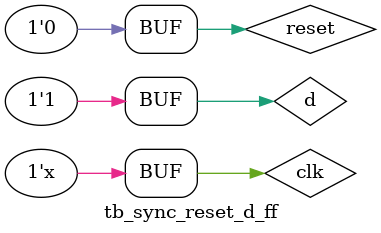
<source format=v>
module tb_sync_reset_d_ff;
   
    reg d,clk,reset;
    wire q;
     sync_reset_d_ff uut( .d(d), .clk(clk), .reset(reset), .q(q));
    initial begin
        d=0;
        clk=0;
        reset=0;
     end
        
     always #10 clk=~clk;
     
     initial #55 d=1;
     initial #85 reset=1;
     initial #115 reset=0;

endmodule
</source>
